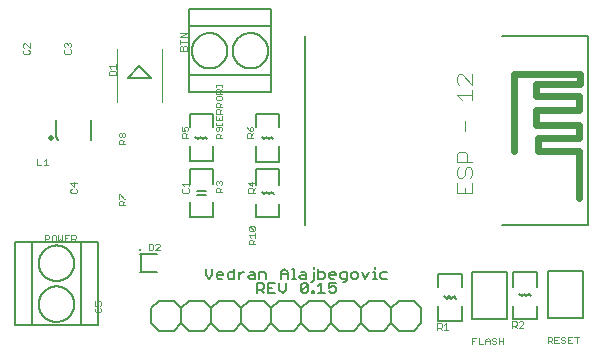
<source format=gto>
G75*
%MOIN*%
%OFA0B0*%
%FSLAX25Y25*%
%IPPOS*%
%LPD*%
%AMOC8*
5,1,8,0,0,1.08239X$1,22.5*
%
%ADD10C,0.00600*%
%ADD11C,0.00200*%
%ADD12C,0.00400*%
%ADD13C,0.00800*%
%ADD14C,0.00500*%
%ADD15C,0.02400*%
%ADD16C,0.02000*%
%ADD17C,0.00300*%
%ADD18C,0.00891*%
D10*
X0048454Y0011426D02*
X0050954Y0008926D01*
X0055954Y0008926D01*
X0058454Y0011426D01*
X0060954Y0008926D01*
X0065954Y0008926D01*
X0068454Y0011426D01*
X0068454Y0016426D01*
X0065954Y0018926D01*
X0060954Y0018926D01*
X0058454Y0016426D01*
X0058454Y0011426D01*
X0058454Y0016426D02*
X0055954Y0018926D01*
X0050954Y0018926D01*
X0048454Y0016426D01*
X0048454Y0011426D01*
X0068454Y0011426D02*
X0070954Y0008926D01*
X0075954Y0008926D01*
X0078454Y0011426D01*
X0080954Y0008926D01*
X0085954Y0008926D01*
X0088454Y0011426D01*
X0090954Y0008926D01*
X0095954Y0008926D01*
X0098454Y0011426D01*
X0098454Y0016426D01*
X0095954Y0018926D01*
X0090954Y0018926D01*
X0088454Y0016426D01*
X0088454Y0011426D01*
X0088454Y0016426D02*
X0085954Y0018926D01*
X0080954Y0018926D01*
X0078454Y0016426D01*
X0078454Y0011426D01*
X0078454Y0016426D02*
X0075954Y0018926D01*
X0070954Y0018926D01*
X0068454Y0016426D01*
X0083800Y0021440D02*
X0083800Y0024843D01*
X0085501Y0024843D01*
X0086069Y0024276D01*
X0086069Y0023142D01*
X0085501Y0022574D01*
X0083800Y0022574D01*
X0084934Y0022574D02*
X0086069Y0021440D01*
X0087483Y0021440D02*
X0089752Y0021440D01*
X0091166Y0022574D02*
X0092301Y0021440D01*
X0093435Y0022574D01*
X0093435Y0024843D01*
X0091166Y0024843D02*
X0091166Y0022574D01*
X0088617Y0023142D02*
X0087483Y0023142D01*
X0087483Y0024843D02*
X0087483Y0021440D01*
X0087483Y0024843D02*
X0089752Y0024843D01*
X0091780Y0026240D02*
X0091780Y0028509D01*
X0092914Y0029643D01*
X0094049Y0028509D01*
X0094049Y0026240D01*
X0095463Y0026240D02*
X0096598Y0026240D01*
X0096030Y0026240D02*
X0096030Y0029643D01*
X0095463Y0029643D01*
X0094049Y0027942D02*
X0091780Y0027942D01*
X0086682Y0027942D02*
X0086682Y0026240D01*
X0086682Y0027942D02*
X0086115Y0028509D01*
X0084414Y0028509D01*
X0084414Y0026240D01*
X0082999Y0026240D02*
X0081298Y0026240D01*
X0080731Y0026807D01*
X0081298Y0027374D01*
X0082999Y0027374D01*
X0082999Y0027942D02*
X0082999Y0026240D01*
X0082999Y0027942D02*
X0082432Y0028509D01*
X0081298Y0028509D01*
X0079363Y0028509D02*
X0078796Y0028509D01*
X0077661Y0027374D01*
X0077661Y0026240D02*
X0077661Y0028509D01*
X0076247Y0028509D02*
X0074545Y0028509D01*
X0073978Y0027942D01*
X0073978Y0026807D01*
X0074545Y0026240D01*
X0076247Y0026240D01*
X0076247Y0029643D01*
X0072564Y0027942D02*
X0072564Y0027374D01*
X0070295Y0027374D01*
X0070295Y0026807D02*
X0070295Y0027942D01*
X0070862Y0028509D01*
X0071997Y0028509D01*
X0072564Y0027942D01*
X0071997Y0026240D02*
X0070862Y0026240D01*
X0070295Y0026807D01*
X0068881Y0027374D02*
X0068881Y0029643D01*
X0068881Y0027374D02*
X0067746Y0026240D01*
X0066612Y0027374D01*
X0066612Y0029643D01*
X0097919Y0026807D02*
X0098486Y0027374D01*
X0100187Y0027374D01*
X0100187Y0027942D02*
X0100187Y0026240D01*
X0098486Y0026240D01*
X0097919Y0026807D01*
X0098486Y0028509D02*
X0099620Y0028509D01*
X0100187Y0027942D01*
X0102736Y0028509D02*
X0102736Y0025673D01*
X0102169Y0025106D01*
X0101602Y0025106D01*
X0100801Y0024276D02*
X0100234Y0024843D01*
X0099100Y0024843D01*
X0098533Y0024276D01*
X0098533Y0022007D01*
X0100801Y0024276D01*
X0100801Y0022007D01*
X0100234Y0021440D01*
X0099100Y0021440D01*
X0098533Y0022007D01*
X0102216Y0022007D02*
X0102783Y0022007D01*
X0102783Y0021440D01*
X0102216Y0021440D01*
X0102216Y0022007D01*
X0104057Y0021440D02*
X0106326Y0021440D01*
X0105192Y0021440D02*
X0105192Y0024843D01*
X0104057Y0023709D01*
X0107740Y0023142D02*
X0108875Y0023709D01*
X0109442Y0023709D01*
X0110009Y0023142D01*
X0110009Y0022007D01*
X0109442Y0021440D01*
X0108308Y0021440D01*
X0107740Y0022007D01*
X0107740Y0023142D02*
X0107740Y0024843D01*
X0110009Y0024843D01*
X0109442Y0026240D02*
X0108308Y0026240D01*
X0107740Y0026807D01*
X0107740Y0027942D01*
X0108308Y0028509D01*
X0109442Y0028509D01*
X0110009Y0027942D01*
X0110009Y0027374D01*
X0107740Y0027374D01*
X0106326Y0026807D02*
X0106326Y0027942D01*
X0105759Y0028509D01*
X0104057Y0028509D01*
X0104057Y0029643D02*
X0104057Y0026240D01*
X0105759Y0026240D01*
X0106326Y0026807D01*
X0102736Y0029643D02*
X0102736Y0030210D01*
X0111424Y0027942D02*
X0111424Y0026807D01*
X0111991Y0026240D01*
X0113692Y0026240D01*
X0113692Y0025673D02*
X0113692Y0028509D01*
X0111991Y0028509D01*
X0111424Y0027942D01*
X0112558Y0025106D02*
X0113125Y0025106D01*
X0113692Y0025673D01*
X0115107Y0026807D02*
X0115674Y0026240D01*
X0116808Y0026240D01*
X0117375Y0026807D01*
X0117375Y0027942D01*
X0116808Y0028509D01*
X0115674Y0028509D01*
X0115107Y0027942D01*
X0115107Y0026807D01*
X0118790Y0028509D02*
X0119924Y0026240D01*
X0121058Y0028509D01*
X0122473Y0028509D02*
X0123040Y0028509D01*
X0123040Y0026240D01*
X0122473Y0026240D02*
X0123607Y0026240D01*
X0124928Y0026807D02*
X0124928Y0027942D01*
X0125496Y0028509D01*
X0127197Y0028509D01*
X0127197Y0026240D02*
X0125496Y0026240D01*
X0124928Y0026807D01*
X0123040Y0029643D02*
X0123040Y0030210D01*
X0120954Y0018926D02*
X0125954Y0018926D01*
X0128454Y0016426D01*
X0130954Y0018926D01*
X0135954Y0018926D01*
X0138454Y0016426D01*
X0138454Y0011426D01*
X0135954Y0008926D01*
X0130954Y0008926D01*
X0128454Y0011426D01*
X0125954Y0008926D01*
X0120954Y0008926D01*
X0118454Y0011426D01*
X0115954Y0008926D01*
X0110954Y0008926D01*
X0108454Y0011426D01*
X0105954Y0008926D01*
X0100954Y0008926D01*
X0098454Y0011426D01*
X0098454Y0016426D02*
X0100954Y0018926D01*
X0105954Y0018926D01*
X0108454Y0016426D01*
X0110954Y0018926D01*
X0115954Y0018926D01*
X0118454Y0016426D01*
X0120954Y0018926D01*
X0118454Y0016426D02*
X0118454Y0011426D01*
X0128454Y0011426D02*
X0128454Y0016426D01*
X0108454Y0016426D02*
X0108454Y0011426D01*
D11*
X0143883Y0011421D02*
X0143883Y0009219D01*
X0143883Y0009953D02*
X0144984Y0009953D01*
X0145351Y0010320D01*
X0145351Y0011054D01*
X0144984Y0011421D01*
X0143883Y0011421D01*
X0144617Y0009953D02*
X0145351Y0009219D01*
X0146093Y0009219D02*
X0147561Y0009219D01*
X0146827Y0009219D02*
X0146827Y0011421D01*
X0146093Y0010687D01*
X0155448Y0006607D02*
X0156916Y0006607D01*
X0157658Y0006607D02*
X0157658Y0004406D01*
X0159126Y0004406D01*
X0159868Y0004406D02*
X0159868Y0005873D01*
X0160602Y0006607D01*
X0161336Y0005873D01*
X0161336Y0004406D01*
X0162078Y0004772D02*
X0162445Y0004406D01*
X0163179Y0004406D01*
X0163546Y0004772D01*
X0163546Y0005139D01*
X0163179Y0005506D01*
X0162445Y0005506D01*
X0162078Y0005873D01*
X0162078Y0006240D01*
X0162445Y0006607D01*
X0163179Y0006607D01*
X0163546Y0006240D01*
X0164288Y0006607D02*
X0164288Y0004406D01*
X0164288Y0005506D02*
X0165755Y0005506D01*
X0165755Y0004406D02*
X0165755Y0006607D01*
X0168805Y0009849D02*
X0168805Y0012051D01*
X0169906Y0012051D01*
X0170273Y0011684D01*
X0170273Y0010950D01*
X0169906Y0010583D01*
X0168805Y0010583D01*
X0169539Y0010583D02*
X0170273Y0009849D01*
X0171015Y0009849D02*
X0172482Y0011317D01*
X0172482Y0011684D01*
X0172115Y0012051D01*
X0171381Y0012051D01*
X0171015Y0011684D01*
X0171015Y0009849D02*
X0172482Y0009849D01*
X0180702Y0006937D02*
X0181803Y0006937D01*
X0182170Y0006570D01*
X0182170Y0005836D01*
X0181803Y0005469D01*
X0180702Y0005469D01*
X0180702Y0004735D02*
X0180702Y0006937D01*
X0181436Y0005469D02*
X0182170Y0004735D01*
X0182912Y0004735D02*
X0184380Y0004735D01*
X0185122Y0005102D02*
X0185489Y0004735D01*
X0186223Y0004735D01*
X0186590Y0005102D01*
X0186590Y0005469D01*
X0186223Y0005836D01*
X0185489Y0005836D01*
X0185122Y0006203D01*
X0185122Y0006570D01*
X0185489Y0006937D01*
X0186223Y0006937D01*
X0186590Y0006570D01*
X0187332Y0006937D02*
X0187332Y0004735D01*
X0188800Y0004735D01*
X0188066Y0005836D02*
X0187332Y0005836D01*
X0187332Y0006937D02*
X0188800Y0006937D01*
X0189542Y0006937D02*
X0191010Y0006937D01*
X0190276Y0006937D02*
X0190276Y0004735D01*
X0184380Y0006937D02*
X0182912Y0006937D01*
X0182912Y0004735D01*
X0182912Y0005836D02*
X0183646Y0005836D01*
X0161336Y0005506D02*
X0159868Y0005506D01*
X0156182Y0005506D02*
X0155448Y0005506D01*
X0155448Y0004406D02*
X0155448Y0006607D01*
X0083157Y0037786D02*
X0080955Y0037786D01*
X0080955Y0038887D01*
X0081322Y0039254D01*
X0082056Y0039254D01*
X0082423Y0038887D01*
X0082423Y0037786D01*
X0082423Y0038520D02*
X0083157Y0039254D01*
X0083157Y0039996D02*
X0083157Y0041464D01*
X0083157Y0040730D02*
X0080955Y0040730D01*
X0081689Y0039996D01*
X0081322Y0042206D02*
X0080955Y0042573D01*
X0080955Y0043307D01*
X0081322Y0043673D01*
X0082790Y0042206D01*
X0083157Y0042573D01*
X0083157Y0043307D01*
X0082790Y0043673D01*
X0081322Y0043673D01*
X0081322Y0042206D02*
X0082790Y0042206D01*
X0083078Y0054912D02*
X0080876Y0054912D01*
X0080876Y0056013D01*
X0081243Y0056380D01*
X0081977Y0056380D01*
X0082344Y0056013D01*
X0082344Y0054912D01*
X0082344Y0055646D02*
X0083078Y0056380D01*
X0081977Y0057122D02*
X0081977Y0058590D01*
X0080876Y0058223D02*
X0081977Y0057122D01*
X0083078Y0058223D02*
X0080876Y0058223D01*
X0072212Y0058498D02*
X0072212Y0057764D01*
X0071845Y0057397D01*
X0072212Y0056655D02*
X0071478Y0055921D01*
X0071478Y0056288D02*
X0071478Y0055187D01*
X0072212Y0055187D02*
X0070010Y0055187D01*
X0070010Y0056288D01*
X0070377Y0056655D01*
X0071111Y0056655D01*
X0071478Y0056288D01*
X0070377Y0057397D02*
X0070010Y0057764D01*
X0070010Y0058498D01*
X0070377Y0058865D01*
X0070744Y0058865D01*
X0071111Y0058498D01*
X0071478Y0058865D01*
X0071845Y0058865D01*
X0072212Y0058498D01*
X0071111Y0058498D02*
X0071111Y0058131D01*
X0060991Y0057856D02*
X0058789Y0057856D01*
X0059523Y0057122D01*
X0059156Y0056380D02*
X0058789Y0056013D01*
X0058789Y0055279D01*
X0059156Y0054912D01*
X0060624Y0054912D01*
X0060991Y0055279D01*
X0060991Y0056013D01*
X0060624Y0056380D01*
X0060991Y0057122D02*
X0060991Y0058590D01*
X0039850Y0052948D02*
X0039483Y0052948D01*
X0038015Y0054416D01*
X0037648Y0054416D01*
X0037648Y0052948D01*
X0038015Y0052206D02*
X0038749Y0052206D01*
X0039116Y0051840D01*
X0039116Y0050739D01*
X0039116Y0051473D02*
X0039850Y0052206D01*
X0039850Y0050739D02*
X0037648Y0050739D01*
X0037648Y0051840D01*
X0038015Y0052206D01*
X0023767Y0055141D02*
X0023767Y0055875D01*
X0023400Y0056242D01*
X0022666Y0056984D02*
X0022666Y0058452D01*
X0021565Y0058085D02*
X0022666Y0056984D01*
X0021932Y0056242D02*
X0021565Y0055875D01*
X0021565Y0055141D01*
X0021932Y0054774D01*
X0023400Y0054774D01*
X0023767Y0055141D01*
X0023767Y0058085D02*
X0021565Y0058085D01*
X0014098Y0064082D02*
X0012630Y0064082D01*
X0013364Y0064082D02*
X0013364Y0066284D01*
X0012630Y0065550D01*
X0010420Y0066284D02*
X0010420Y0064082D01*
X0011888Y0064082D01*
X0037648Y0071132D02*
X0037648Y0072233D01*
X0038015Y0072600D01*
X0038749Y0072600D01*
X0039116Y0072233D01*
X0039116Y0071132D01*
X0039850Y0071132D02*
X0037648Y0071132D01*
X0039116Y0071866D02*
X0039850Y0072600D01*
X0039483Y0073342D02*
X0039116Y0073342D01*
X0038749Y0073709D01*
X0038749Y0074443D01*
X0039116Y0074810D01*
X0039483Y0074810D01*
X0039850Y0074443D01*
X0039850Y0073709D01*
X0039483Y0073342D01*
X0038749Y0073709D02*
X0038382Y0073342D01*
X0038015Y0073342D01*
X0037648Y0073709D01*
X0037648Y0074443D01*
X0038015Y0074810D01*
X0038382Y0074810D01*
X0038749Y0074443D01*
X0058711Y0074399D02*
X0058711Y0073298D01*
X0060913Y0073298D01*
X0060179Y0073298D02*
X0060179Y0074399D01*
X0059812Y0074766D01*
X0059078Y0074766D01*
X0058711Y0074399D01*
X0058711Y0075508D02*
X0059812Y0075508D01*
X0059445Y0076241D01*
X0059445Y0076608D01*
X0059812Y0076975D01*
X0060546Y0076975D01*
X0060913Y0076608D01*
X0060913Y0075874D01*
X0060546Y0075508D01*
X0060913Y0074766D02*
X0060179Y0074032D01*
X0058711Y0075508D02*
X0058711Y0076975D01*
X0069971Y0076490D02*
X0069971Y0075756D01*
X0070338Y0075389D01*
X0070705Y0075389D01*
X0071072Y0075756D01*
X0071072Y0076857D01*
X0071805Y0076857D02*
X0070338Y0076857D01*
X0069971Y0076490D01*
X0069971Y0077599D02*
X0069971Y0078333D01*
X0069971Y0077599D02*
X0072172Y0077599D01*
X0072172Y0078333D01*
X0072172Y0079073D02*
X0069971Y0079073D01*
X0069971Y0080540D01*
X0069971Y0081282D02*
X0069971Y0082383D01*
X0070338Y0082750D01*
X0071072Y0082750D01*
X0071438Y0082383D01*
X0071438Y0081282D01*
X0071438Y0082016D02*
X0072172Y0082750D01*
X0072172Y0083492D02*
X0069971Y0083492D01*
X0069971Y0084593D01*
X0070338Y0084960D01*
X0071072Y0084960D01*
X0071438Y0084593D01*
X0071438Y0083492D01*
X0071438Y0084226D02*
X0072172Y0084960D01*
X0071805Y0085702D02*
X0070338Y0085702D01*
X0069971Y0086069D01*
X0069971Y0086803D01*
X0070338Y0087170D01*
X0071805Y0087170D01*
X0072172Y0086803D01*
X0072172Y0086069D01*
X0071805Y0085702D01*
X0071438Y0087912D02*
X0071438Y0089013D01*
X0071072Y0089380D01*
X0070338Y0089380D01*
X0069971Y0089013D01*
X0069971Y0087912D01*
X0072172Y0087912D01*
X0071438Y0088646D02*
X0072172Y0089380D01*
X0072172Y0090122D02*
X0072172Y0090856D01*
X0069971Y0090856D01*
X0069971Y0090122D01*
X0069971Y0081282D02*
X0072172Y0081282D01*
X0072172Y0080540D02*
X0072172Y0079073D01*
X0071072Y0079073D02*
X0071072Y0079806D01*
X0071805Y0076857D02*
X0072172Y0076490D01*
X0072172Y0075756D01*
X0071805Y0075389D01*
X0072172Y0074647D02*
X0071438Y0073913D01*
X0071438Y0074280D02*
X0071438Y0073180D01*
X0072172Y0073180D02*
X0069971Y0073180D01*
X0069971Y0074280D01*
X0070338Y0074647D01*
X0071072Y0074647D01*
X0071438Y0074280D01*
X0080364Y0074359D02*
X0080364Y0073258D01*
X0082566Y0073258D01*
X0081832Y0073258D02*
X0081832Y0074359D01*
X0081465Y0074726D01*
X0080731Y0074726D01*
X0080364Y0074359D01*
X0081832Y0073992D02*
X0082566Y0074726D01*
X0082199Y0075468D02*
X0082566Y0075835D01*
X0082566Y0076569D01*
X0082199Y0076936D01*
X0081832Y0076936D01*
X0081465Y0076569D01*
X0081465Y0075468D01*
X0082199Y0075468D01*
X0081465Y0075468D02*
X0080731Y0076202D01*
X0080364Y0076936D01*
X0036665Y0094069D02*
X0036665Y0095170D01*
X0036298Y0095537D01*
X0034830Y0095537D01*
X0034463Y0095170D01*
X0034463Y0094069D01*
X0036665Y0094069D01*
X0036665Y0096279D02*
X0036665Y0097747D01*
X0036665Y0097013D02*
X0034463Y0097013D01*
X0035197Y0096279D01*
X0021702Y0101604D02*
X0021702Y0102338D01*
X0021335Y0102705D01*
X0021335Y0103447D02*
X0021702Y0103814D01*
X0021702Y0104548D01*
X0021335Y0104915D01*
X0020968Y0104915D01*
X0020601Y0104548D01*
X0020601Y0104181D01*
X0020601Y0104548D02*
X0020234Y0104915D01*
X0019867Y0104915D01*
X0019500Y0104548D01*
X0019500Y0103814D01*
X0019867Y0103447D01*
X0019867Y0102705D02*
X0019500Y0102338D01*
X0019500Y0101604D01*
X0019867Y0101237D01*
X0021335Y0101237D01*
X0021702Y0101604D01*
X0007960Y0101383D02*
X0007960Y0102117D01*
X0007593Y0102484D01*
X0007960Y0103226D02*
X0006492Y0104694D01*
X0006125Y0104694D01*
X0005758Y0104327D01*
X0005758Y0103593D01*
X0006125Y0103226D01*
X0006125Y0102484D02*
X0005758Y0102117D01*
X0005758Y0101383D01*
X0006125Y0101016D01*
X0007593Y0101016D01*
X0007960Y0101383D01*
X0007960Y0103226D02*
X0007960Y0104694D01*
X0047673Y0037940D02*
X0048774Y0037940D01*
X0049141Y0037573D01*
X0049141Y0036106D01*
X0048774Y0035739D01*
X0047673Y0035739D01*
X0047673Y0037940D01*
X0049883Y0037573D02*
X0050250Y0037940D01*
X0050984Y0037940D01*
X0051351Y0037573D01*
X0051351Y0037206D01*
X0049883Y0035739D01*
X0051351Y0035739D01*
X0031824Y0018400D02*
X0031457Y0018767D01*
X0030723Y0018767D01*
X0030356Y0018400D01*
X0030356Y0018033D01*
X0030723Y0017299D01*
X0029622Y0017299D01*
X0029622Y0018767D01*
X0031824Y0018400D02*
X0031824Y0017666D01*
X0031457Y0017299D01*
X0031457Y0016557D02*
X0031824Y0016190D01*
X0031824Y0015456D01*
X0031457Y0015089D01*
X0029989Y0015089D01*
X0029622Y0015456D01*
X0029622Y0016190D01*
X0029989Y0016557D01*
D12*
X0037056Y0085144D02*
X0037056Y0102944D01*
X0052056Y0102944D02*
X0052056Y0085144D01*
X0150342Y0087512D02*
X0155546Y0087512D01*
X0155546Y0085777D02*
X0155546Y0089247D01*
X0155546Y0090934D02*
X0152077Y0094403D01*
X0151209Y0094403D01*
X0150342Y0093536D01*
X0150342Y0091801D01*
X0151209Y0090934D01*
X0155546Y0090934D02*
X0155546Y0094403D01*
X0150342Y0087512D02*
X0152077Y0085777D01*
X0152944Y0078934D02*
X0152944Y0075465D01*
X0152944Y0068621D02*
X0151209Y0068621D01*
X0150342Y0067754D01*
X0150342Y0065152D01*
X0155546Y0065152D01*
X0153812Y0065152D02*
X0153812Y0067754D01*
X0152944Y0068621D01*
X0153812Y0063465D02*
X0154679Y0063465D01*
X0155546Y0062598D01*
X0155546Y0060863D01*
X0154679Y0059995D01*
X0155546Y0058309D02*
X0155546Y0054839D01*
X0150342Y0054839D01*
X0150342Y0058309D01*
X0151209Y0059995D02*
X0152077Y0059995D01*
X0152944Y0060863D01*
X0152944Y0062598D01*
X0153812Y0063465D01*
X0151209Y0063465D02*
X0150342Y0062598D01*
X0150342Y0060863D01*
X0151209Y0059995D01*
X0152944Y0056574D02*
X0152944Y0054839D01*
D13*
X0050450Y0034644D02*
X0044775Y0034644D01*
X0045144Y0034300D02*
X0045144Y0028788D01*
X0044775Y0028444D02*
X0050450Y0028444D01*
X0048493Y0093284D02*
X0040619Y0093284D01*
X0044556Y0097312D01*
X0048493Y0093284D01*
D14*
X0008650Y0010855D02*
X0003139Y0010855D01*
X0003139Y0038414D01*
X0008650Y0038414D01*
X0008650Y0010855D01*
X0025186Y0010855D01*
X0025186Y0038414D01*
X0030698Y0038414D01*
X0030698Y0010855D01*
X0025186Y0010855D01*
X0011012Y0017824D02*
X0011014Y0017977D01*
X0011020Y0018131D01*
X0011030Y0018284D01*
X0011044Y0018436D01*
X0011062Y0018589D01*
X0011084Y0018740D01*
X0011109Y0018891D01*
X0011139Y0019042D01*
X0011173Y0019192D01*
X0011210Y0019340D01*
X0011251Y0019488D01*
X0011296Y0019634D01*
X0011345Y0019780D01*
X0011398Y0019924D01*
X0011454Y0020066D01*
X0011514Y0020207D01*
X0011578Y0020347D01*
X0011645Y0020485D01*
X0011716Y0020621D01*
X0011791Y0020755D01*
X0011868Y0020887D01*
X0011950Y0021017D01*
X0012034Y0021145D01*
X0012122Y0021271D01*
X0012213Y0021394D01*
X0012307Y0021515D01*
X0012405Y0021633D01*
X0012505Y0021749D01*
X0012609Y0021862D01*
X0012715Y0021973D01*
X0012824Y0022081D01*
X0012936Y0022186D01*
X0013050Y0022287D01*
X0013168Y0022386D01*
X0013287Y0022482D01*
X0013409Y0022575D01*
X0013534Y0022664D01*
X0013661Y0022751D01*
X0013790Y0022833D01*
X0013921Y0022913D01*
X0014054Y0022989D01*
X0014189Y0023062D01*
X0014326Y0023131D01*
X0014465Y0023196D01*
X0014605Y0023258D01*
X0014747Y0023316D01*
X0014890Y0023371D01*
X0015035Y0023422D01*
X0015181Y0023469D01*
X0015328Y0023512D01*
X0015476Y0023551D01*
X0015625Y0023587D01*
X0015775Y0023618D01*
X0015926Y0023646D01*
X0016077Y0023670D01*
X0016230Y0023690D01*
X0016382Y0023706D01*
X0016535Y0023718D01*
X0016688Y0023726D01*
X0016841Y0023730D01*
X0016995Y0023730D01*
X0017148Y0023726D01*
X0017301Y0023718D01*
X0017454Y0023706D01*
X0017606Y0023690D01*
X0017759Y0023670D01*
X0017910Y0023646D01*
X0018061Y0023618D01*
X0018211Y0023587D01*
X0018360Y0023551D01*
X0018508Y0023512D01*
X0018655Y0023469D01*
X0018801Y0023422D01*
X0018946Y0023371D01*
X0019089Y0023316D01*
X0019231Y0023258D01*
X0019371Y0023196D01*
X0019510Y0023131D01*
X0019647Y0023062D01*
X0019782Y0022989D01*
X0019915Y0022913D01*
X0020046Y0022833D01*
X0020175Y0022751D01*
X0020302Y0022664D01*
X0020427Y0022575D01*
X0020549Y0022482D01*
X0020668Y0022386D01*
X0020786Y0022287D01*
X0020900Y0022186D01*
X0021012Y0022081D01*
X0021121Y0021973D01*
X0021227Y0021862D01*
X0021331Y0021749D01*
X0021431Y0021633D01*
X0021529Y0021515D01*
X0021623Y0021394D01*
X0021714Y0021271D01*
X0021802Y0021145D01*
X0021886Y0021017D01*
X0021968Y0020887D01*
X0022045Y0020755D01*
X0022120Y0020621D01*
X0022191Y0020485D01*
X0022258Y0020347D01*
X0022322Y0020207D01*
X0022382Y0020066D01*
X0022438Y0019924D01*
X0022491Y0019780D01*
X0022540Y0019634D01*
X0022585Y0019488D01*
X0022626Y0019340D01*
X0022663Y0019192D01*
X0022697Y0019042D01*
X0022727Y0018891D01*
X0022752Y0018740D01*
X0022774Y0018589D01*
X0022792Y0018436D01*
X0022806Y0018284D01*
X0022816Y0018131D01*
X0022822Y0017977D01*
X0022824Y0017824D01*
X0022822Y0017671D01*
X0022816Y0017517D01*
X0022806Y0017364D01*
X0022792Y0017212D01*
X0022774Y0017059D01*
X0022752Y0016908D01*
X0022727Y0016757D01*
X0022697Y0016606D01*
X0022663Y0016456D01*
X0022626Y0016308D01*
X0022585Y0016160D01*
X0022540Y0016014D01*
X0022491Y0015868D01*
X0022438Y0015724D01*
X0022382Y0015582D01*
X0022322Y0015441D01*
X0022258Y0015301D01*
X0022191Y0015163D01*
X0022120Y0015027D01*
X0022045Y0014893D01*
X0021968Y0014761D01*
X0021886Y0014631D01*
X0021802Y0014503D01*
X0021714Y0014377D01*
X0021623Y0014254D01*
X0021529Y0014133D01*
X0021431Y0014015D01*
X0021331Y0013899D01*
X0021227Y0013786D01*
X0021121Y0013675D01*
X0021012Y0013567D01*
X0020900Y0013462D01*
X0020786Y0013361D01*
X0020668Y0013262D01*
X0020549Y0013166D01*
X0020427Y0013073D01*
X0020302Y0012984D01*
X0020175Y0012897D01*
X0020046Y0012815D01*
X0019915Y0012735D01*
X0019782Y0012659D01*
X0019647Y0012586D01*
X0019510Y0012517D01*
X0019371Y0012452D01*
X0019231Y0012390D01*
X0019089Y0012332D01*
X0018946Y0012277D01*
X0018801Y0012226D01*
X0018655Y0012179D01*
X0018508Y0012136D01*
X0018360Y0012097D01*
X0018211Y0012061D01*
X0018061Y0012030D01*
X0017910Y0012002D01*
X0017759Y0011978D01*
X0017606Y0011958D01*
X0017454Y0011942D01*
X0017301Y0011930D01*
X0017148Y0011922D01*
X0016995Y0011918D01*
X0016841Y0011918D01*
X0016688Y0011922D01*
X0016535Y0011930D01*
X0016382Y0011942D01*
X0016230Y0011958D01*
X0016077Y0011978D01*
X0015926Y0012002D01*
X0015775Y0012030D01*
X0015625Y0012061D01*
X0015476Y0012097D01*
X0015328Y0012136D01*
X0015181Y0012179D01*
X0015035Y0012226D01*
X0014890Y0012277D01*
X0014747Y0012332D01*
X0014605Y0012390D01*
X0014465Y0012452D01*
X0014326Y0012517D01*
X0014189Y0012586D01*
X0014054Y0012659D01*
X0013921Y0012735D01*
X0013790Y0012815D01*
X0013661Y0012897D01*
X0013534Y0012984D01*
X0013409Y0013073D01*
X0013287Y0013166D01*
X0013168Y0013262D01*
X0013050Y0013361D01*
X0012936Y0013462D01*
X0012824Y0013567D01*
X0012715Y0013675D01*
X0012609Y0013786D01*
X0012505Y0013899D01*
X0012405Y0014015D01*
X0012307Y0014133D01*
X0012213Y0014254D01*
X0012122Y0014377D01*
X0012034Y0014503D01*
X0011950Y0014631D01*
X0011868Y0014761D01*
X0011791Y0014893D01*
X0011716Y0015027D01*
X0011645Y0015163D01*
X0011578Y0015301D01*
X0011514Y0015441D01*
X0011454Y0015582D01*
X0011398Y0015724D01*
X0011345Y0015868D01*
X0011296Y0016014D01*
X0011251Y0016160D01*
X0011210Y0016308D01*
X0011173Y0016456D01*
X0011139Y0016606D01*
X0011109Y0016757D01*
X0011084Y0016908D01*
X0011062Y0017059D01*
X0011044Y0017212D01*
X0011030Y0017364D01*
X0011020Y0017517D01*
X0011014Y0017671D01*
X0011012Y0017824D01*
X0011012Y0031446D02*
X0011014Y0031599D01*
X0011020Y0031753D01*
X0011030Y0031906D01*
X0011044Y0032058D01*
X0011062Y0032211D01*
X0011084Y0032362D01*
X0011109Y0032513D01*
X0011139Y0032664D01*
X0011173Y0032814D01*
X0011210Y0032962D01*
X0011251Y0033110D01*
X0011296Y0033256D01*
X0011345Y0033402D01*
X0011398Y0033546D01*
X0011454Y0033688D01*
X0011514Y0033829D01*
X0011578Y0033969D01*
X0011645Y0034107D01*
X0011716Y0034243D01*
X0011791Y0034377D01*
X0011868Y0034509D01*
X0011950Y0034639D01*
X0012034Y0034767D01*
X0012122Y0034893D01*
X0012213Y0035016D01*
X0012307Y0035137D01*
X0012405Y0035255D01*
X0012505Y0035371D01*
X0012609Y0035484D01*
X0012715Y0035595D01*
X0012824Y0035703D01*
X0012936Y0035808D01*
X0013050Y0035909D01*
X0013168Y0036008D01*
X0013287Y0036104D01*
X0013409Y0036197D01*
X0013534Y0036286D01*
X0013661Y0036373D01*
X0013790Y0036455D01*
X0013921Y0036535D01*
X0014054Y0036611D01*
X0014189Y0036684D01*
X0014326Y0036753D01*
X0014465Y0036818D01*
X0014605Y0036880D01*
X0014747Y0036938D01*
X0014890Y0036993D01*
X0015035Y0037044D01*
X0015181Y0037091D01*
X0015328Y0037134D01*
X0015476Y0037173D01*
X0015625Y0037209D01*
X0015775Y0037240D01*
X0015926Y0037268D01*
X0016077Y0037292D01*
X0016230Y0037312D01*
X0016382Y0037328D01*
X0016535Y0037340D01*
X0016688Y0037348D01*
X0016841Y0037352D01*
X0016995Y0037352D01*
X0017148Y0037348D01*
X0017301Y0037340D01*
X0017454Y0037328D01*
X0017606Y0037312D01*
X0017759Y0037292D01*
X0017910Y0037268D01*
X0018061Y0037240D01*
X0018211Y0037209D01*
X0018360Y0037173D01*
X0018508Y0037134D01*
X0018655Y0037091D01*
X0018801Y0037044D01*
X0018946Y0036993D01*
X0019089Y0036938D01*
X0019231Y0036880D01*
X0019371Y0036818D01*
X0019510Y0036753D01*
X0019647Y0036684D01*
X0019782Y0036611D01*
X0019915Y0036535D01*
X0020046Y0036455D01*
X0020175Y0036373D01*
X0020302Y0036286D01*
X0020427Y0036197D01*
X0020549Y0036104D01*
X0020668Y0036008D01*
X0020786Y0035909D01*
X0020900Y0035808D01*
X0021012Y0035703D01*
X0021121Y0035595D01*
X0021227Y0035484D01*
X0021331Y0035371D01*
X0021431Y0035255D01*
X0021529Y0035137D01*
X0021623Y0035016D01*
X0021714Y0034893D01*
X0021802Y0034767D01*
X0021886Y0034639D01*
X0021968Y0034509D01*
X0022045Y0034377D01*
X0022120Y0034243D01*
X0022191Y0034107D01*
X0022258Y0033969D01*
X0022322Y0033829D01*
X0022382Y0033688D01*
X0022438Y0033546D01*
X0022491Y0033402D01*
X0022540Y0033256D01*
X0022585Y0033110D01*
X0022626Y0032962D01*
X0022663Y0032814D01*
X0022697Y0032664D01*
X0022727Y0032513D01*
X0022752Y0032362D01*
X0022774Y0032211D01*
X0022792Y0032058D01*
X0022806Y0031906D01*
X0022816Y0031753D01*
X0022822Y0031599D01*
X0022824Y0031446D01*
X0022822Y0031293D01*
X0022816Y0031139D01*
X0022806Y0030986D01*
X0022792Y0030834D01*
X0022774Y0030681D01*
X0022752Y0030530D01*
X0022727Y0030379D01*
X0022697Y0030228D01*
X0022663Y0030078D01*
X0022626Y0029930D01*
X0022585Y0029782D01*
X0022540Y0029636D01*
X0022491Y0029490D01*
X0022438Y0029346D01*
X0022382Y0029204D01*
X0022322Y0029063D01*
X0022258Y0028923D01*
X0022191Y0028785D01*
X0022120Y0028649D01*
X0022045Y0028515D01*
X0021968Y0028383D01*
X0021886Y0028253D01*
X0021802Y0028125D01*
X0021714Y0027999D01*
X0021623Y0027876D01*
X0021529Y0027755D01*
X0021431Y0027637D01*
X0021331Y0027521D01*
X0021227Y0027408D01*
X0021121Y0027297D01*
X0021012Y0027189D01*
X0020900Y0027084D01*
X0020786Y0026983D01*
X0020668Y0026884D01*
X0020549Y0026788D01*
X0020427Y0026695D01*
X0020302Y0026606D01*
X0020175Y0026519D01*
X0020046Y0026437D01*
X0019915Y0026357D01*
X0019782Y0026281D01*
X0019647Y0026208D01*
X0019510Y0026139D01*
X0019371Y0026074D01*
X0019231Y0026012D01*
X0019089Y0025954D01*
X0018946Y0025899D01*
X0018801Y0025848D01*
X0018655Y0025801D01*
X0018508Y0025758D01*
X0018360Y0025719D01*
X0018211Y0025683D01*
X0018061Y0025652D01*
X0017910Y0025624D01*
X0017759Y0025600D01*
X0017606Y0025580D01*
X0017454Y0025564D01*
X0017301Y0025552D01*
X0017148Y0025544D01*
X0016995Y0025540D01*
X0016841Y0025540D01*
X0016688Y0025544D01*
X0016535Y0025552D01*
X0016382Y0025564D01*
X0016230Y0025580D01*
X0016077Y0025600D01*
X0015926Y0025624D01*
X0015775Y0025652D01*
X0015625Y0025683D01*
X0015476Y0025719D01*
X0015328Y0025758D01*
X0015181Y0025801D01*
X0015035Y0025848D01*
X0014890Y0025899D01*
X0014747Y0025954D01*
X0014605Y0026012D01*
X0014465Y0026074D01*
X0014326Y0026139D01*
X0014189Y0026208D01*
X0014054Y0026281D01*
X0013921Y0026357D01*
X0013790Y0026437D01*
X0013661Y0026519D01*
X0013534Y0026606D01*
X0013409Y0026695D01*
X0013287Y0026788D01*
X0013168Y0026884D01*
X0013050Y0026983D01*
X0012936Y0027084D01*
X0012824Y0027189D01*
X0012715Y0027297D01*
X0012609Y0027408D01*
X0012505Y0027521D01*
X0012405Y0027637D01*
X0012307Y0027755D01*
X0012213Y0027876D01*
X0012122Y0027999D01*
X0012034Y0028125D01*
X0011950Y0028253D01*
X0011868Y0028383D01*
X0011791Y0028515D01*
X0011716Y0028649D01*
X0011645Y0028785D01*
X0011578Y0028923D01*
X0011514Y0029063D01*
X0011454Y0029204D01*
X0011398Y0029346D01*
X0011345Y0029490D01*
X0011296Y0029636D01*
X0011251Y0029782D01*
X0011210Y0029930D01*
X0011173Y0030078D01*
X0011139Y0030228D01*
X0011109Y0030379D01*
X0011084Y0030530D01*
X0011062Y0030681D01*
X0011044Y0030834D01*
X0011030Y0030986D01*
X0011020Y0031139D01*
X0011014Y0031293D01*
X0011012Y0031446D01*
X0008650Y0038414D02*
X0025186Y0038414D01*
X0061288Y0046957D02*
X0069162Y0046957D01*
X0069162Y0051682D01*
X0066800Y0054044D02*
X0063650Y0054044D01*
X0063650Y0055619D02*
X0066800Y0055619D01*
X0069162Y0057981D02*
X0069162Y0062706D01*
X0061288Y0062706D01*
X0061288Y0057981D01*
X0061288Y0051682D02*
X0061288Y0046957D01*
X0083375Y0046957D02*
X0091249Y0046957D01*
X0091249Y0051288D01*
X0089280Y0054438D02*
X0088493Y0055225D01*
X0087706Y0054438D01*
X0086918Y0055225D01*
X0086131Y0054438D01*
X0085343Y0055225D01*
X0083375Y0057587D02*
X0083375Y0062706D01*
X0091249Y0062706D01*
X0091249Y0057587D01*
X0083375Y0051288D02*
X0083375Y0046957D01*
X0099753Y0044162D02*
X0099753Y0107154D01*
X0088532Y0110540D02*
X0060973Y0110540D01*
X0060973Y0116052D01*
X0088532Y0116052D01*
X0088532Y0110540D01*
X0088532Y0094005D01*
X0060973Y0094005D01*
X0060973Y0110540D01*
X0062036Y0102272D02*
X0062038Y0102425D01*
X0062044Y0102579D01*
X0062054Y0102732D01*
X0062068Y0102884D01*
X0062086Y0103037D01*
X0062108Y0103188D01*
X0062133Y0103339D01*
X0062163Y0103490D01*
X0062197Y0103640D01*
X0062234Y0103788D01*
X0062275Y0103936D01*
X0062320Y0104082D01*
X0062369Y0104228D01*
X0062422Y0104372D01*
X0062478Y0104514D01*
X0062538Y0104655D01*
X0062602Y0104795D01*
X0062669Y0104933D01*
X0062740Y0105069D01*
X0062815Y0105203D01*
X0062892Y0105335D01*
X0062974Y0105465D01*
X0063058Y0105593D01*
X0063146Y0105719D01*
X0063237Y0105842D01*
X0063331Y0105963D01*
X0063429Y0106081D01*
X0063529Y0106197D01*
X0063633Y0106310D01*
X0063739Y0106421D01*
X0063848Y0106529D01*
X0063960Y0106634D01*
X0064074Y0106735D01*
X0064192Y0106834D01*
X0064311Y0106930D01*
X0064433Y0107023D01*
X0064558Y0107112D01*
X0064685Y0107199D01*
X0064814Y0107281D01*
X0064945Y0107361D01*
X0065078Y0107437D01*
X0065213Y0107510D01*
X0065350Y0107579D01*
X0065489Y0107644D01*
X0065629Y0107706D01*
X0065771Y0107764D01*
X0065914Y0107819D01*
X0066059Y0107870D01*
X0066205Y0107917D01*
X0066352Y0107960D01*
X0066500Y0107999D01*
X0066649Y0108035D01*
X0066799Y0108066D01*
X0066950Y0108094D01*
X0067101Y0108118D01*
X0067254Y0108138D01*
X0067406Y0108154D01*
X0067559Y0108166D01*
X0067712Y0108174D01*
X0067865Y0108178D01*
X0068019Y0108178D01*
X0068172Y0108174D01*
X0068325Y0108166D01*
X0068478Y0108154D01*
X0068630Y0108138D01*
X0068783Y0108118D01*
X0068934Y0108094D01*
X0069085Y0108066D01*
X0069235Y0108035D01*
X0069384Y0107999D01*
X0069532Y0107960D01*
X0069679Y0107917D01*
X0069825Y0107870D01*
X0069970Y0107819D01*
X0070113Y0107764D01*
X0070255Y0107706D01*
X0070395Y0107644D01*
X0070534Y0107579D01*
X0070671Y0107510D01*
X0070806Y0107437D01*
X0070939Y0107361D01*
X0071070Y0107281D01*
X0071199Y0107199D01*
X0071326Y0107112D01*
X0071451Y0107023D01*
X0071573Y0106930D01*
X0071692Y0106834D01*
X0071810Y0106735D01*
X0071924Y0106634D01*
X0072036Y0106529D01*
X0072145Y0106421D01*
X0072251Y0106310D01*
X0072355Y0106197D01*
X0072455Y0106081D01*
X0072553Y0105963D01*
X0072647Y0105842D01*
X0072738Y0105719D01*
X0072826Y0105593D01*
X0072910Y0105465D01*
X0072992Y0105335D01*
X0073069Y0105203D01*
X0073144Y0105069D01*
X0073215Y0104933D01*
X0073282Y0104795D01*
X0073346Y0104655D01*
X0073406Y0104514D01*
X0073462Y0104372D01*
X0073515Y0104228D01*
X0073564Y0104082D01*
X0073609Y0103936D01*
X0073650Y0103788D01*
X0073687Y0103640D01*
X0073721Y0103490D01*
X0073751Y0103339D01*
X0073776Y0103188D01*
X0073798Y0103037D01*
X0073816Y0102884D01*
X0073830Y0102732D01*
X0073840Y0102579D01*
X0073846Y0102425D01*
X0073848Y0102272D01*
X0073846Y0102119D01*
X0073840Y0101965D01*
X0073830Y0101812D01*
X0073816Y0101660D01*
X0073798Y0101507D01*
X0073776Y0101356D01*
X0073751Y0101205D01*
X0073721Y0101054D01*
X0073687Y0100904D01*
X0073650Y0100756D01*
X0073609Y0100608D01*
X0073564Y0100462D01*
X0073515Y0100316D01*
X0073462Y0100172D01*
X0073406Y0100030D01*
X0073346Y0099889D01*
X0073282Y0099749D01*
X0073215Y0099611D01*
X0073144Y0099475D01*
X0073069Y0099341D01*
X0072992Y0099209D01*
X0072910Y0099079D01*
X0072826Y0098951D01*
X0072738Y0098825D01*
X0072647Y0098702D01*
X0072553Y0098581D01*
X0072455Y0098463D01*
X0072355Y0098347D01*
X0072251Y0098234D01*
X0072145Y0098123D01*
X0072036Y0098015D01*
X0071924Y0097910D01*
X0071810Y0097809D01*
X0071692Y0097710D01*
X0071573Y0097614D01*
X0071451Y0097521D01*
X0071326Y0097432D01*
X0071199Y0097345D01*
X0071070Y0097263D01*
X0070939Y0097183D01*
X0070806Y0097107D01*
X0070671Y0097034D01*
X0070534Y0096965D01*
X0070395Y0096900D01*
X0070255Y0096838D01*
X0070113Y0096780D01*
X0069970Y0096725D01*
X0069825Y0096674D01*
X0069679Y0096627D01*
X0069532Y0096584D01*
X0069384Y0096545D01*
X0069235Y0096509D01*
X0069085Y0096478D01*
X0068934Y0096450D01*
X0068783Y0096426D01*
X0068630Y0096406D01*
X0068478Y0096390D01*
X0068325Y0096378D01*
X0068172Y0096370D01*
X0068019Y0096366D01*
X0067865Y0096366D01*
X0067712Y0096370D01*
X0067559Y0096378D01*
X0067406Y0096390D01*
X0067254Y0096406D01*
X0067101Y0096426D01*
X0066950Y0096450D01*
X0066799Y0096478D01*
X0066649Y0096509D01*
X0066500Y0096545D01*
X0066352Y0096584D01*
X0066205Y0096627D01*
X0066059Y0096674D01*
X0065914Y0096725D01*
X0065771Y0096780D01*
X0065629Y0096838D01*
X0065489Y0096900D01*
X0065350Y0096965D01*
X0065213Y0097034D01*
X0065078Y0097107D01*
X0064945Y0097183D01*
X0064814Y0097263D01*
X0064685Y0097345D01*
X0064558Y0097432D01*
X0064433Y0097521D01*
X0064311Y0097614D01*
X0064192Y0097710D01*
X0064074Y0097809D01*
X0063960Y0097910D01*
X0063848Y0098015D01*
X0063739Y0098123D01*
X0063633Y0098234D01*
X0063529Y0098347D01*
X0063429Y0098463D01*
X0063331Y0098581D01*
X0063237Y0098702D01*
X0063146Y0098825D01*
X0063058Y0098951D01*
X0062974Y0099079D01*
X0062892Y0099209D01*
X0062815Y0099341D01*
X0062740Y0099475D01*
X0062669Y0099611D01*
X0062602Y0099749D01*
X0062538Y0099889D01*
X0062478Y0100030D01*
X0062422Y0100172D01*
X0062369Y0100316D01*
X0062320Y0100462D01*
X0062275Y0100608D01*
X0062234Y0100756D01*
X0062197Y0100904D01*
X0062163Y0101054D01*
X0062133Y0101205D01*
X0062108Y0101356D01*
X0062086Y0101507D01*
X0062068Y0101660D01*
X0062054Y0101812D01*
X0062044Y0101965D01*
X0062038Y0102119D01*
X0062036Y0102272D01*
X0060973Y0094005D02*
X0060973Y0088493D01*
X0088532Y0088493D01*
X0088532Y0094005D01*
X0075658Y0102272D02*
X0075660Y0102425D01*
X0075666Y0102579D01*
X0075676Y0102732D01*
X0075690Y0102884D01*
X0075708Y0103037D01*
X0075730Y0103188D01*
X0075755Y0103339D01*
X0075785Y0103490D01*
X0075819Y0103640D01*
X0075856Y0103788D01*
X0075897Y0103936D01*
X0075942Y0104082D01*
X0075991Y0104228D01*
X0076044Y0104372D01*
X0076100Y0104514D01*
X0076160Y0104655D01*
X0076224Y0104795D01*
X0076291Y0104933D01*
X0076362Y0105069D01*
X0076437Y0105203D01*
X0076514Y0105335D01*
X0076596Y0105465D01*
X0076680Y0105593D01*
X0076768Y0105719D01*
X0076859Y0105842D01*
X0076953Y0105963D01*
X0077051Y0106081D01*
X0077151Y0106197D01*
X0077255Y0106310D01*
X0077361Y0106421D01*
X0077470Y0106529D01*
X0077582Y0106634D01*
X0077696Y0106735D01*
X0077814Y0106834D01*
X0077933Y0106930D01*
X0078055Y0107023D01*
X0078180Y0107112D01*
X0078307Y0107199D01*
X0078436Y0107281D01*
X0078567Y0107361D01*
X0078700Y0107437D01*
X0078835Y0107510D01*
X0078972Y0107579D01*
X0079111Y0107644D01*
X0079251Y0107706D01*
X0079393Y0107764D01*
X0079536Y0107819D01*
X0079681Y0107870D01*
X0079827Y0107917D01*
X0079974Y0107960D01*
X0080122Y0107999D01*
X0080271Y0108035D01*
X0080421Y0108066D01*
X0080572Y0108094D01*
X0080723Y0108118D01*
X0080876Y0108138D01*
X0081028Y0108154D01*
X0081181Y0108166D01*
X0081334Y0108174D01*
X0081487Y0108178D01*
X0081641Y0108178D01*
X0081794Y0108174D01*
X0081947Y0108166D01*
X0082100Y0108154D01*
X0082252Y0108138D01*
X0082405Y0108118D01*
X0082556Y0108094D01*
X0082707Y0108066D01*
X0082857Y0108035D01*
X0083006Y0107999D01*
X0083154Y0107960D01*
X0083301Y0107917D01*
X0083447Y0107870D01*
X0083592Y0107819D01*
X0083735Y0107764D01*
X0083877Y0107706D01*
X0084017Y0107644D01*
X0084156Y0107579D01*
X0084293Y0107510D01*
X0084428Y0107437D01*
X0084561Y0107361D01*
X0084692Y0107281D01*
X0084821Y0107199D01*
X0084948Y0107112D01*
X0085073Y0107023D01*
X0085195Y0106930D01*
X0085314Y0106834D01*
X0085432Y0106735D01*
X0085546Y0106634D01*
X0085658Y0106529D01*
X0085767Y0106421D01*
X0085873Y0106310D01*
X0085977Y0106197D01*
X0086077Y0106081D01*
X0086175Y0105963D01*
X0086269Y0105842D01*
X0086360Y0105719D01*
X0086448Y0105593D01*
X0086532Y0105465D01*
X0086614Y0105335D01*
X0086691Y0105203D01*
X0086766Y0105069D01*
X0086837Y0104933D01*
X0086904Y0104795D01*
X0086968Y0104655D01*
X0087028Y0104514D01*
X0087084Y0104372D01*
X0087137Y0104228D01*
X0087186Y0104082D01*
X0087231Y0103936D01*
X0087272Y0103788D01*
X0087309Y0103640D01*
X0087343Y0103490D01*
X0087373Y0103339D01*
X0087398Y0103188D01*
X0087420Y0103037D01*
X0087438Y0102884D01*
X0087452Y0102732D01*
X0087462Y0102579D01*
X0087468Y0102425D01*
X0087470Y0102272D01*
X0087468Y0102119D01*
X0087462Y0101965D01*
X0087452Y0101812D01*
X0087438Y0101660D01*
X0087420Y0101507D01*
X0087398Y0101356D01*
X0087373Y0101205D01*
X0087343Y0101054D01*
X0087309Y0100904D01*
X0087272Y0100756D01*
X0087231Y0100608D01*
X0087186Y0100462D01*
X0087137Y0100316D01*
X0087084Y0100172D01*
X0087028Y0100030D01*
X0086968Y0099889D01*
X0086904Y0099749D01*
X0086837Y0099611D01*
X0086766Y0099475D01*
X0086691Y0099341D01*
X0086614Y0099209D01*
X0086532Y0099079D01*
X0086448Y0098951D01*
X0086360Y0098825D01*
X0086269Y0098702D01*
X0086175Y0098581D01*
X0086077Y0098463D01*
X0085977Y0098347D01*
X0085873Y0098234D01*
X0085767Y0098123D01*
X0085658Y0098015D01*
X0085546Y0097910D01*
X0085432Y0097809D01*
X0085314Y0097710D01*
X0085195Y0097614D01*
X0085073Y0097521D01*
X0084948Y0097432D01*
X0084821Y0097345D01*
X0084692Y0097263D01*
X0084561Y0097183D01*
X0084428Y0097107D01*
X0084293Y0097034D01*
X0084156Y0096965D01*
X0084017Y0096900D01*
X0083877Y0096838D01*
X0083735Y0096780D01*
X0083592Y0096725D01*
X0083447Y0096674D01*
X0083301Y0096627D01*
X0083154Y0096584D01*
X0083006Y0096545D01*
X0082857Y0096509D01*
X0082707Y0096478D01*
X0082556Y0096450D01*
X0082405Y0096426D01*
X0082252Y0096406D01*
X0082100Y0096390D01*
X0081947Y0096378D01*
X0081794Y0096370D01*
X0081641Y0096366D01*
X0081487Y0096366D01*
X0081334Y0096370D01*
X0081181Y0096378D01*
X0081028Y0096390D01*
X0080876Y0096406D01*
X0080723Y0096426D01*
X0080572Y0096450D01*
X0080421Y0096478D01*
X0080271Y0096509D01*
X0080122Y0096545D01*
X0079974Y0096584D01*
X0079827Y0096627D01*
X0079681Y0096674D01*
X0079536Y0096725D01*
X0079393Y0096780D01*
X0079251Y0096838D01*
X0079111Y0096900D01*
X0078972Y0096965D01*
X0078835Y0097034D01*
X0078700Y0097107D01*
X0078567Y0097183D01*
X0078436Y0097263D01*
X0078307Y0097345D01*
X0078180Y0097432D01*
X0078055Y0097521D01*
X0077933Y0097614D01*
X0077814Y0097710D01*
X0077696Y0097809D01*
X0077582Y0097910D01*
X0077470Y0098015D01*
X0077361Y0098123D01*
X0077255Y0098234D01*
X0077151Y0098347D01*
X0077051Y0098463D01*
X0076953Y0098581D01*
X0076859Y0098702D01*
X0076768Y0098825D01*
X0076680Y0098951D01*
X0076596Y0099079D01*
X0076514Y0099209D01*
X0076437Y0099341D01*
X0076362Y0099475D01*
X0076291Y0099611D01*
X0076224Y0099749D01*
X0076160Y0099889D01*
X0076100Y0100030D01*
X0076044Y0100172D01*
X0075991Y0100316D01*
X0075942Y0100462D01*
X0075897Y0100608D01*
X0075856Y0100756D01*
X0075819Y0100904D01*
X0075785Y0101054D01*
X0075755Y0101205D01*
X0075730Y0101356D01*
X0075708Y0101507D01*
X0075690Y0101660D01*
X0075676Y0101812D01*
X0075666Y0101965D01*
X0075660Y0102119D01*
X0075658Y0102272D01*
X0069162Y0081091D02*
X0061288Y0081091D01*
X0061288Y0076761D01*
X0063257Y0073611D02*
X0064044Y0072824D01*
X0064831Y0073611D01*
X0065619Y0072824D01*
X0066406Y0073611D01*
X0067194Y0072824D01*
X0069162Y0070461D02*
X0069162Y0065343D01*
X0061288Y0065343D01*
X0061288Y0070461D01*
X0069162Y0076761D02*
X0069162Y0081091D01*
X0083296Y0081013D02*
X0083296Y0076682D01*
X0085265Y0073532D02*
X0086052Y0072745D01*
X0086839Y0073532D01*
X0087627Y0072745D01*
X0088414Y0073532D01*
X0089202Y0072745D01*
X0091170Y0070383D02*
X0091170Y0065265D01*
X0083296Y0065265D01*
X0083296Y0070383D01*
X0091170Y0076682D02*
X0091170Y0081013D01*
X0083296Y0081013D01*
X0028335Y0079044D02*
X0028335Y0072509D01*
X0017509Y0072509D02*
X0016603Y0073415D01*
X0016603Y0079044D01*
X0144241Y0027863D02*
X0144241Y0023532D01*
X0146209Y0020383D02*
X0146997Y0019595D01*
X0147784Y0020383D01*
X0148572Y0019595D01*
X0149359Y0020383D01*
X0150146Y0019595D01*
X0152115Y0017233D02*
X0152115Y0012115D01*
X0144241Y0012115D01*
X0144241Y0017233D01*
X0152115Y0023532D02*
X0152115Y0027863D01*
X0144241Y0027863D01*
X0155383Y0028454D02*
X0167194Y0028454D01*
X0167194Y0012706D01*
X0155383Y0012706D01*
X0155383Y0028454D01*
X0169241Y0028611D02*
X0169241Y0023493D01*
X0171209Y0021131D02*
X0171997Y0020343D01*
X0172784Y0021131D01*
X0173572Y0020343D01*
X0174359Y0021131D01*
X0175146Y0020343D01*
X0177115Y0023493D02*
X0177115Y0028611D01*
X0169241Y0028611D01*
X0180619Y0028769D02*
X0192430Y0028769D01*
X0192430Y0013020D01*
X0180619Y0013020D01*
X0180619Y0028769D01*
X0177115Y0017194D02*
X0177115Y0012863D01*
X0169241Y0012863D01*
X0169241Y0017194D01*
X0165501Y0044162D02*
X0194241Y0044162D01*
X0194241Y0107154D01*
X0165501Y0107154D01*
D15*
X0169438Y0094556D02*
X0169438Y0068965D01*
X0177312Y0068965D02*
X0177312Y0073296D01*
X0191091Y0073296D01*
X0191091Y0077627D01*
X0176918Y0077627D01*
X0176918Y0082351D01*
X0191091Y0082351D01*
X0191091Y0087076D01*
X0176918Y0087076D01*
X0176918Y0091013D01*
X0191485Y0091013D01*
X0191485Y0094556D01*
X0172194Y0094556D01*
X0171800Y0094556D02*
X0169438Y0094556D01*
X0177312Y0068965D02*
X0191091Y0068965D01*
X0191091Y0053217D01*
D16*
X0014969Y0073276D03*
D17*
X0058195Y0102297D02*
X0058195Y0103348D01*
X0058545Y0103698D01*
X0058895Y0103698D01*
X0059246Y0103348D01*
X0059246Y0102297D01*
X0060296Y0102297D02*
X0060296Y0103348D01*
X0059946Y0103698D01*
X0059596Y0103698D01*
X0059246Y0103348D01*
X0060296Y0102297D02*
X0058195Y0102297D01*
X0058195Y0104507D02*
X0058195Y0105908D01*
X0058195Y0105208D02*
X0060296Y0105208D01*
X0060296Y0106717D02*
X0058195Y0106717D01*
X0060296Y0108118D01*
X0058195Y0108118D01*
X0022947Y0040845D02*
X0023297Y0040494D01*
X0023297Y0039794D01*
X0022947Y0039444D01*
X0021896Y0039444D01*
X0022597Y0039444D02*
X0023297Y0038743D01*
X0021896Y0038743D02*
X0021896Y0040845D01*
X0022947Y0040845D01*
X0021087Y0040845D02*
X0019686Y0040845D01*
X0019686Y0038743D01*
X0021087Y0038743D01*
X0020387Y0039794D02*
X0019686Y0039794D01*
X0018877Y0038743D02*
X0018877Y0040845D01*
X0017476Y0040845D02*
X0017476Y0038743D01*
X0018177Y0039444D01*
X0018877Y0038743D01*
X0016668Y0039093D02*
X0016668Y0040494D01*
X0016317Y0040845D01*
X0015617Y0040845D01*
X0015266Y0040494D01*
X0015266Y0039093D01*
X0015617Y0038743D01*
X0016317Y0038743D01*
X0016668Y0039093D01*
X0014458Y0039794D02*
X0014107Y0039444D01*
X0013056Y0039444D01*
X0013056Y0038743D02*
X0013056Y0040845D01*
X0014107Y0040845D01*
X0014458Y0040494D01*
X0014458Y0039794D01*
D18*
X0044824Y0035752D03*
M02*

</source>
